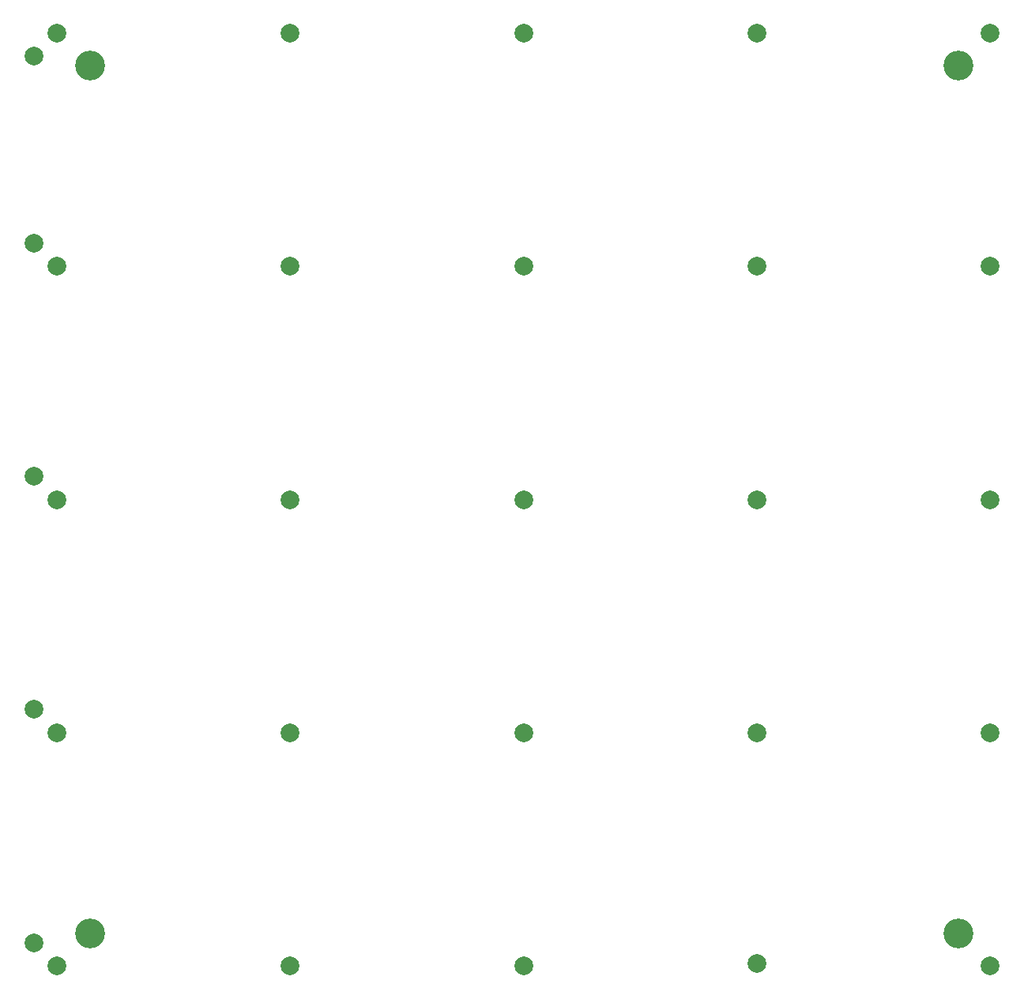
<source format=gbr>
%TF.GenerationSoftware,KiCad,Pcbnew,(5.1.10)-1*%
%TF.CreationDate,2021-09-12T14:26:05+02:00*%
%TF.ProjectId,LED_Cube_5X5X5_PCB2,4c45445f-4375-4626-955f-35583558355f,rev?*%
%TF.SameCoordinates,Original*%
%TF.FileFunction,Soldermask,Top*%
%TF.FilePolarity,Negative*%
%FSLAX46Y46*%
G04 Gerber Fmt 4.6, Leading zero omitted, Abs format (unit mm)*
G04 Created by KiCad (PCBNEW (5.1.10)-1) date 2021-09-12 14:26:05*
%MOMM*%
%LPD*%
G01*
G04 APERTURE LIST*
%ADD10C,2.000000*%
%ADD11C,3.200000*%
G04 APERTURE END LIST*
D10*
%TO.C,J1*%
X99250000Y-43000000D03*
%TD*%
%TO.C,J2*%
X124250000Y-43000000D03*
%TD*%
%TO.C,J3*%
X149250000Y-43000000D03*
%TD*%
%TO.C,J4*%
X174250000Y-43000000D03*
%TD*%
%TO.C,J5*%
X199250000Y-43000000D03*
%TD*%
%TO.C,J6*%
X99250000Y-68000000D03*
%TD*%
%TO.C,J7*%
X124250000Y-68000000D03*
%TD*%
%TO.C,J8*%
X149250000Y-68000000D03*
%TD*%
%TO.C,J9*%
X174250000Y-68000000D03*
%TD*%
%TO.C,J10*%
X199250000Y-68000000D03*
%TD*%
%TO.C,J11*%
X99250000Y-93000000D03*
%TD*%
%TO.C,J12*%
X124250000Y-93000000D03*
%TD*%
%TO.C,J13*%
X149250000Y-93000000D03*
%TD*%
%TO.C,J14*%
X174250000Y-93000000D03*
%TD*%
%TO.C,J15*%
X199250000Y-93000000D03*
%TD*%
%TO.C,J16*%
X99250000Y-118000000D03*
%TD*%
%TO.C,J17*%
X124250000Y-118000000D03*
%TD*%
%TO.C,J18*%
X149250000Y-118000000D03*
%TD*%
%TO.C,J19*%
X174250000Y-118000000D03*
%TD*%
%TO.C,J20*%
X199250000Y-118000000D03*
%TD*%
%TO.C,J21*%
X99250000Y-143000000D03*
%TD*%
%TO.C,J22*%
X124250000Y-143000000D03*
%TD*%
%TO.C,J23*%
X149250000Y-143000000D03*
%TD*%
%TO.C,J24*%
X174250000Y-142750000D03*
%TD*%
%TO.C,J25*%
X199250000Y-143000000D03*
%TD*%
%TO.C,J26*%
X96750000Y-45500000D03*
%TD*%
%TO.C,J27*%
X96750000Y-65500000D03*
%TD*%
%TO.C,J28*%
X96750000Y-90500000D03*
%TD*%
%TO.C,J29*%
X96750000Y-115500000D03*
%TD*%
%TO.C,J30*%
X96750000Y-140500000D03*
%TD*%
D11*
%TO.C,H1*%
X102800000Y-46500000D03*
%TD*%
%TO.C,H2*%
X195800000Y-46500000D03*
%TD*%
%TO.C,H3*%
X195800000Y-139500000D03*
%TD*%
%TO.C,H4*%
X102800000Y-139500000D03*
%TD*%
M02*

</source>
